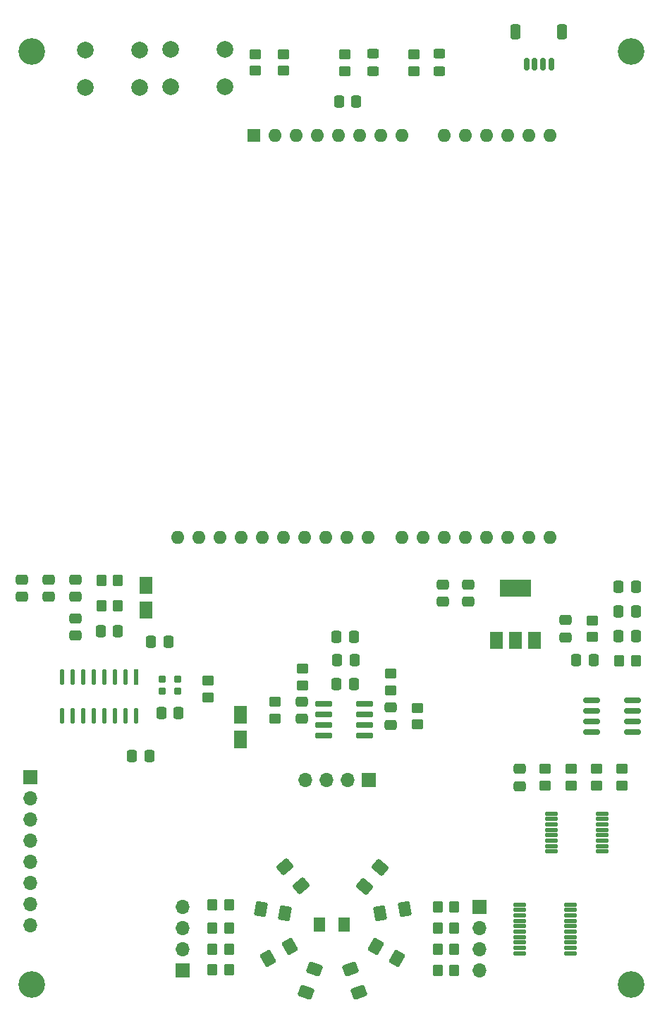
<source format=gts>
%TF.GenerationSoftware,KiCad,Pcbnew,(7.0.0)*%
%TF.CreationDate,2023-04-22T11:09:59+02:00*%
%TF.ProjectId,PCB KiCad,50434220-4b69-4436-9164-2e6b69636164,rev?*%
%TF.SameCoordinates,Original*%
%TF.FileFunction,Soldermask,Top*%
%TF.FilePolarity,Negative*%
%FSLAX46Y46*%
G04 Gerber Fmt 4.6, Leading zero omitted, Abs format (unit mm)*
G04 Created by KiCad (PCBNEW (7.0.0)) date 2023-04-22 11:09:59*
%MOMM*%
%LPD*%
G01*
G04 APERTURE LIST*
G04 Aperture macros list*
%AMRoundRect*
0 Rectangle with rounded corners*
0 $1 Rounding radius*
0 $2 $3 $4 $5 $6 $7 $8 $9 X,Y pos of 4 corners*
0 Add a 4 corners polygon primitive as box body*
4,1,4,$2,$3,$4,$5,$6,$7,$8,$9,$2,$3,0*
0 Add four circle primitives for the rounded corners*
1,1,$1+$1,$2,$3*
1,1,$1+$1,$4,$5*
1,1,$1+$1,$6,$7*
1,1,$1+$1,$8,$9*
0 Add four rect primitives between the rounded corners*
20,1,$1+$1,$2,$3,$4,$5,0*
20,1,$1+$1,$4,$5,$6,$7,0*
20,1,$1+$1,$6,$7,$8,$9,0*
20,1,$1+$1,$8,$9,$2,$3,0*%
%AMFreePoly0*
4,1,6,1.000000,0.000000,0.500000,-0.750000,-0.500000,-0.750000,-0.500000,0.750000,0.500000,0.750000,1.000000,0.000000,1.000000,0.000000,$1*%
G04 Aperture macros list end*
%ADD10RoundRect,0.250001X0.346943X0.695816X-0.564003X0.535192X-0.346943X-0.695816X0.564003X-0.535192X0*%
%ADD11RoundRect,0.250000X0.350000X0.450000X-0.350000X0.450000X-0.350000X-0.450000X0.350000X-0.450000X0*%
%ADD12RoundRect,0.197998X-0.602001X0.027001X-0.602001X-0.027001X0.602001X-0.027001X0.602001X0.027001X0*%
%ADD13RoundRect,0.250001X-0.462499X-0.624999X0.462499X-0.624999X0.462499X0.624999X-0.462499X0.624999X0*%
%ADD14RoundRect,0.250000X0.337500X0.475000X-0.337500X0.475000X-0.337500X-0.475000X0.337500X-0.475000X0*%
%ADD15RoundRect,0.250000X0.450000X-0.350000X0.450000X0.350000X-0.450000X0.350000X-0.450000X-0.350000X0*%
%ADD16R,1.500000X1.500000*%
%ADD17FreePoly0,90.000000*%
%ADD18FreePoly0,270.000000*%
%ADD19RoundRect,0.250000X-0.450000X0.350000X-0.450000X-0.350000X0.450000X-0.350000X0.450000X0.350000X0*%
%ADD20C,3.200000*%
%ADD21R,1.700000X1.700000*%
%ADD22O,1.700000X1.700000*%
%ADD23RoundRect,0.250001X-0.564003X-0.535192X0.346943X-0.695816X0.564003X0.535192X-0.346943X0.695816X0*%
%ADD24RoundRect,0.250000X-0.350000X-0.450000X0.350000X-0.450000X0.350000X0.450000X-0.350000X0.450000X0*%
%ADD25RoundRect,0.250000X-0.337500X-0.475000X0.337500X-0.475000X0.337500X0.475000X-0.337500X0.475000X0*%
%ADD26RoundRect,0.042000X0.943000X0.258000X-0.943000X0.258000X-0.943000X-0.258000X0.943000X-0.258000X0*%
%ADD27RoundRect,0.250001X-0.088036X-0.772515X0.713035X-0.310016X0.088036X0.772515X-0.713035X0.310016X0*%
%ADD28R,0.543390X1.874066*%
%ADD29RoundRect,0.271695X0.000000X0.665338X0.000000X-0.665338X0.000000X-0.665338X0.000000X0.665338X0*%
%ADD30R,1.600000X1.600000*%
%ADD31O,1.600000X1.600000*%
%ADD32RoundRect,0.250000X-0.475000X0.337500X-0.475000X-0.337500X0.475000X-0.337500X0.475000X0.337500X0*%
%ADD33RoundRect,0.250000X0.475000X-0.337500X0.475000X0.337500X-0.475000X0.337500X-0.475000X-0.337500X0*%
%ADD34RoundRect,0.250001X0.713035X0.310016X-0.088036X0.772515X-0.713035X-0.310016X0.088036X-0.772515X0*%
%ADD35C,2.000000*%
%ADD36RoundRect,0.250001X0.745491X-0.220845X0.429123X0.648369X-0.745491X0.220845X-0.429123X-0.648369X0*%
%ADD37R,1.500000X2.000000*%
%ADD38R,3.800000X2.000000*%
%ADD39RoundRect,0.250001X-0.181488X0.756036X-0.776066X0.047447X0.181488X-0.756036X0.776066X-0.047447X0*%
%ADD40RoundRect,0.150000X0.150000X0.625000X-0.150000X0.625000X-0.150000X-0.625000X0.150000X-0.625000X0*%
%ADD41RoundRect,0.250000X0.350000X0.650000X-0.350000X0.650000X-0.350000X-0.650000X0.350000X-0.650000X0*%
%ADD42RoundRect,0.250001X-0.776066X-0.047447X-0.181488X-0.756036X0.776066X0.047447X0.181488X0.756036X0*%
%ADD43RoundRect,0.150000X-0.825000X-0.150000X0.825000X-0.150000X0.825000X0.150000X-0.825000X0.150000X0*%
%ADD44RoundRect,0.200000X-0.250000X0.200000X-0.250000X-0.200000X0.250000X-0.200000X0.250000X0.200000X0*%
%ADD45RoundRect,0.250001X0.429123X-0.648369X0.745491X0.220845X-0.429123X0.648369X-0.745491X-0.220845X0*%
%ADD46RoundRect,0.250000X0.450000X-0.325000X0.450000X0.325000X-0.450000X0.325000X-0.450000X-0.325000X0*%
G04 APERTURE END LIST*
D10*
%TO.C,D5*%
X91807434Y-134962688D03*
X88877630Y-135479292D03*
%TD*%
D11*
%TO.C,R15*%
X97774000Y-134747000D03*
X95774000Y-134747000D03*
%TD*%
D12*
%TO.C,U6*%
X105600000Y-134424998D03*
X105600000Y-135075000D03*
X105600000Y-135724998D03*
X105600000Y-136375000D03*
X105600000Y-137024998D03*
X105600000Y-137675000D03*
X105600000Y-138324998D03*
X105600000Y-138975000D03*
X105600000Y-139624998D03*
X105600000Y-140275000D03*
X111700001Y-140275000D03*
X111700001Y-139624998D03*
X111700001Y-138975000D03*
X111700001Y-138324998D03*
X111700001Y-137675000D03*
X111700001Y-137024998D03*
X111700001Y-136375000D03*
X111700001Y-135724998D03*
X111700001Y-135075000D03*
X111700001Y-134424998D03*
%TD*%
D13*
%TO.C,D1*%
X81556258Y-136795236D03*
X84531258Y-136795236D03*
%TD*%
D14*
%TO.C,C12*%
X114462500Y-105095000D03*
X112387500Y-105095000D03*
%TD*%
D15*
%TO.C,R6*%
X84625000Y-34347500D03*
X84625000Y-32347500D03*
%TD*%
D11*
%TO.C,R17*%
X97774000Y-139827000D03*
X95774000Y-139827000D03*
%TD*%
D16*
%TO.C,JP2*%
X72124999Y-114324999D03*
X72124999Y-111924999D03*
D17*
X72125000Y-115125000D03*
D18*
X72125000Y-111125000D03*
%TD*%
D19*
%TO.C,R9*%
X73850000Y-32325000D03*
X73850000Y-34325000D03*
%TD*%
D20*
%TO.C,*%
X119000000Y-144000000D03*
%TD*%
D21*
%TO.C,J3*%
X100767757Y-134692235D03*
D22*
X100767757Y-137232235D03*
X100767757Y-139772235D03*
X100767757Y-142312235D03*
%TD*%
D14*
%TO.C,C5*%
X85787500Y-105075000D03*
X83712500Y-105075000D03*
%TD*%
D12*
%TO.C,U5*%
X109450000Y-123500000D03*
X109450000Y-124150001D03*
X109450000Y-124800000D03*
X109450000Y-125450001D03*
X109450000Y-126100000D03*
X109450000Y-126750001D03*
X109450000Y-127400000D03*
X109450000Y-128050001D03*
X115550001Y-128050001D03*
X115550001Y-127400000D03*
X115550001Y-126750001D03*
X115550001Y-126100000D03*
X115550001Y-125450001D03*
X115550001Y-124800000D03*
X115550001Y-124150001D03*
X115550001Y-123500000D03*
%TD*%
D23*
%TO.C,D10*%
X74521356Y-134962688D03*
X77451160Y-135479292D03*
%TD*%
D24*
%TO.C,R21*%
X68723000Y-137287000D03*
X70723000Y-137287000D03*
%TD*%
D19*
%TO.C,R11*%
X117900000Y-118150000D03*
X117900000Y-120150000D03*
%TD*%
%TO.C,R5*%
X68151562Y-107552501D03*
X68151562Y-109552501D03*
%TD*%
D20*
%TO.C,*%
X119000000Y-32000000D03*
%TD*%
D25*
%TO.C,C22*%
X83912500Y-38000000D03*
X85987500Y-38000000D03*
%TD*%
D26*
%TO.C,U1*%
X87015000Y-114130000D03*
X87015000Y-112860000D03*
X87015000Y-111590000D03*
X87015000Y-110320000D03*
X82075000Y-110320000D03*
X82075000Y-111590000D03*
X82075000Y-112860000D03*
X82075000Y-114130000D03*
%TD*%
D25*
%TO.C,C13*%
X117500000Y-99218333D03*
X119575000Y-99218333D03*
%TD*%
%TO.C,C10*%
X117500000Y-96250000D03*
X119575000Y-96250000D03*
%TD*%
D27*
%TO.C,D9*%
X75403625Y-140902491D03*
X77980051Y-139414991D03*
%TD*%
D28*
%TO.C,U2*%
X59571561Y-107098932D03*
D29*
X58301562Y-107098933D03*
X57031562Y-107098933D03*
X55761562Y-107098933D03*
X54491562Y-107098933D03*
X53221562Y-107098933D03*
X51951562Y-107098933D03*
X50681562Y-107098933D03*
X50681562Y-111731067D03*
X51951562Y-111731067D03*
X53221562Y-111731067D03*
X54491562Y-111731067D03*
X55761562Y-111731067D03*
X57031562Y-111731067D03*
X58301562Y-111731067D03*
X59571562Y-111731067D03*
%TD*%
D11*
%TO.C,R16*%
X97774000Y-137287000D03*
X95774000Y-137287000D03*
%TD*%
D25*
%TO.C,C4*%
X83607500Y-102297500D03*
X85682500Y-102297500D03*
%TD*%
D30*
%TO.C,A1*%
X73654999Y-42069999D03*
D31*
X76194999Y-42069999D03*
X78734999Y-42069999D03*
X81274999Y-42069999D03*
X83814999Y-42069999D03*
X86354999Y-42069999D03*
X88894999Y-42069999D03*
X91434999Y-42069999D03*
X96514999Y-42069999D03*
X99054999Y-42069999D03*
X101594999Y-42069999D03*
X104134999Y-42069999D03*
X106674999Y-42069999D03*
X109214999Y-42069999D03*
X109214999Y-90329999D03*
X106674999Y-90329999D03*
X104134999Y-90329999D03*
X101594999Y-90329999D03*
X99054999Y-90329999D03*
X96514999Y-90329999D03*
X93974999Y-90329999D03*
X91434999Y-90329999D03*
X87374999Y-90329999D03*
X84834999Y-90329999D03*
X82294999Y-90329999D03*
X79754999Y-90329999D03*
X77214999Y-90329999D03*
X74674999Y-90329999D03*
X72134999Y-90329999D03*
X69594999Y-90329999D03*
X67054999Y-90329999D03*
X64514999Y-90329999D03*
%TD*%
D32*
%TO.C,C16*%
X96350000Y-95992500D03*
X96350000Y-98067500D03*
%TD*%
D33*
%TO.C,C7*%
X45826562Y-97492500D03*
X45826562Y-95417500D03*
%TD*%
D24*
%TO.C,R10*%
X117567500Y-105125000D03*
X119567500Y-105125000D03*
%TD*%
D33*
%TO.C,C6*%
X49054687Y-97492500D03*
X49054687Y-95417500D03*
%TD*%
D15*
%TO.C,R4*%
X79500000Y-108100000D03*
X79500000Y-106100000D03*
%TD*%
D24*
%TO.C,R19*%
X68723000Y-142240000D03*
X70723000Y-142240000D03*
%TD*%
D15*
%TO.C,R2*%
X93326250Y-112817500D03*
X93326250Y-110817500D03*
%TD*%
%TO.C,FB1*%
X114375000Y-102316666D03*
X114375000Y-100316666D03*
%TD*%
D14*
%TO.C,C9*%
X64664062Y-111380601D03*
X62589062Y-111380601D03*
%TD*%
D34*
%TO.C,D6*%
X90884471Y-140908986D03*
X88308045Y-139421486D03*
%TD*%
D21*
%TO.C,J5*%
X87499999Y-119499999D03*
D22*
X84959999Y-119499999D03*
X82419999Y-119499999D03*
X79879999Y-119499999D03*
%TD*%
D35*
%TO.C,SW2*%
X53475000Y-31800000D03*
X59975000Y-31800000D03*
X53475000Y-36300000D03*
X59975000Y-36300000D03*
%TD*%
D36*
%TO.C,D7*%
X86292497Y-144933029D03*
X85274987Y-142137443D03*
%TD*%
D37*
%TO.C,U4*%
X102824999Y-102699999D03*
X105124999Y-102699999D03*
D38*
X105124999Y-96399999D03*
D37*
X107424999Y-102699999D03*
%TD*%
D21*
%TO.C,J1*%
X46849999Y-119149999D03*
D22*
X46849999Y-121689999D03*
X46849999Y-124229999D03*
X46849999Y-126769999D03*
X46849999Y-129309999D03*
X46849999Y-131849999D03*
X46849999Y-134389999D03*
X46849999Y-136929999D03*
%TD*%
D25*
%TO.C,C19*%
X55313437Y-101565000D03*
X57388437Y-101565000D03*
%TD*%
%TO.C,C21*%
X61362500Y-102900000D03*
X63437500Y-102900000D03*
%TD*%
D24*
%TO.C,R20*%
X68723000Y-139827000D03*
X70723000Y-139827000D03*
%TD*%
D39*
%TO.C,D4*%
X88862405Y-129995745D03*
X86950111Y-132274727D03*
%TD*%
D32*
%TO.C,C8*%
X52282812Y-100052500D03*
X52282812Y-102127500D03*
%TD*%
D15*
%TO.C,R7*%
X92950000Y-34347500D03*
X92950000Y-32347500D03*
%TD*%
D33*
%TO.C,C18*%
X52282812Y-97492500D03*
X52282812Y-95417500D03*
%TD*%
D40*
%TO.C,J2*%
X109425000Y-33500000D03*
X108425000Y-33500000D03*
X107425000Y-33500000D03*
X106425000Y-33500000D03*
D41*
X110725000Y-29625000D03*
X105125000Y-29625000D03*
%TD*%
D19*
%TO.C,R12*%
X114832500Y-118150000D03*
X114832500Y-120150000D03*
%TD*%
D14*
%TO.C,C1*%
X85687500Y-107975000D03*
X83612500Y-107975000D03*
%TD*%
D20*
%TO.C,*%
X47000000Y-144000000D03*
%TD*%
D24*
%TO.C,R22*%
X68723000Y-134493000D03*
X70723000Y-134493000D03*
%TD*%
D42*
%TO.C,D11*%
X77426571Y-129901896D03*
X79338865Y-132180878D03*
%TD*%
D21*
%TO.C,J4*%
X65167757Y-142292235D03*
D22*
X65167757Y-139752235D03*
X65167757Y-137212235D03*
X65167757Y-134672235D03*
%TD*%
D19*
%TO.C,R13*%
X111765000Y-118150000D03*
X111765000Y-120150000D03*
%TD*%
%TO.C,R14*%
X108697500Y-118150000D03*
X108697500Y-120150000D03*
%TD*%
D43*
%TO.C,U3*%
X114242500Y-109860000D03*
X114242500Y-111130000D03*
X114242500Y-112400000D03*
X114242500Y-113670000D03*
X119192500Y-113670000D03*
X119192500Y-112400000D03*
X119192500Y-111130000D03*
X119192500Y-109860000D03*
%TD*%
D44*
%TO.C,X1*%
X64551562Y-107357501D03*
X62701562Y-107357501D03*
X62701562Y-108807501D03*
X64551562Y-108807501D03*
%TD*%
D32*
%TO.C,C17*%
X105600000Y-118112500D03*
X105600000Y-120187500D03*
%TD*%
D45*
%TO.C,D8*%
X79937503Y-144933029D03*
X80955013Y-142137443D03*
%TD*%
D25*
%TO.C,C20*%
X59062500Y-116600000D03*
X61137500Y-116600000D03*
%TD*%
D32*
%TO.C,C14*%
X111125000Y-100249166D03*
X111125000Y-102324166D03*
%TD*%
D25*
%TO.C,C11*%
X117500000Y-102186666D03*
X119575000Y-102186666D03*
%TD*%
D24*
%TO.C,R23*%
X55380937Y-98572500D03*
X57380937Y-98572500D03*
%TD*%
D11*
%TO.C,R18*%
X97774000Y-142367000D03*
X95774000Y-142367000D03*
%TD*%
D33*
%TO.C,C2*%
X79475000Y-112112500D03*
X79475000Y-110037500D03*
%TD*%
D15*
%TO.C,R3*%
X90125000Y-108700000D03*
X90125000Y-106700000D03*
%TD*%
D20*
%TO.C,REF\u002A\u002A*%
X47000000Y-32000000D03*
%TD*%
D46*
%TO.C,D3*%
X95950000Y-34350000D03*
X95950000Y-32300000D03*
%TD*%
D19*
%TO.C,R1*%
X76248750Y-110105000D03*
X76248750Y-112105000D03*
%TD*%
D46*
%TO.C,D2*%
X88000000Y-34350000D03*
X88000000Y-32300000D03*
%TD*%
D24*
%TO.C,R24*%
X55380937Y-95525000D03*
X57380937Y-95525000D03*
%TD*%
D19*
%TO.C,R8*%
X77275000Y-32325000D03*
X77275000Y-34325000D03*
%TD*%
D33*
%TO.C,C15*%
X99427500Y-98067500D03*
X99427500Y-95992500D03*
%TD*%
D35*
%TO.C,SW1*%
X63700000Y-31725000D03*
X70200000Y-31725000D03*
X63700000Y-36225000D03*
X70200000Y-36225000D03*
%TD*%
D16*
%TO.C,JP1*%
X60769061Y-98774999D03*
X60769061Y-96374999D03*
D17*
X60769062Y-99575000D03*
D18*
X60769062Y-95575000D03*
%TD*%
D33*
%TO.C,C3*%
X90100000Y-112825000D03*
X90100000Y-110750000D03*
%TD*%
M02*

</source>
